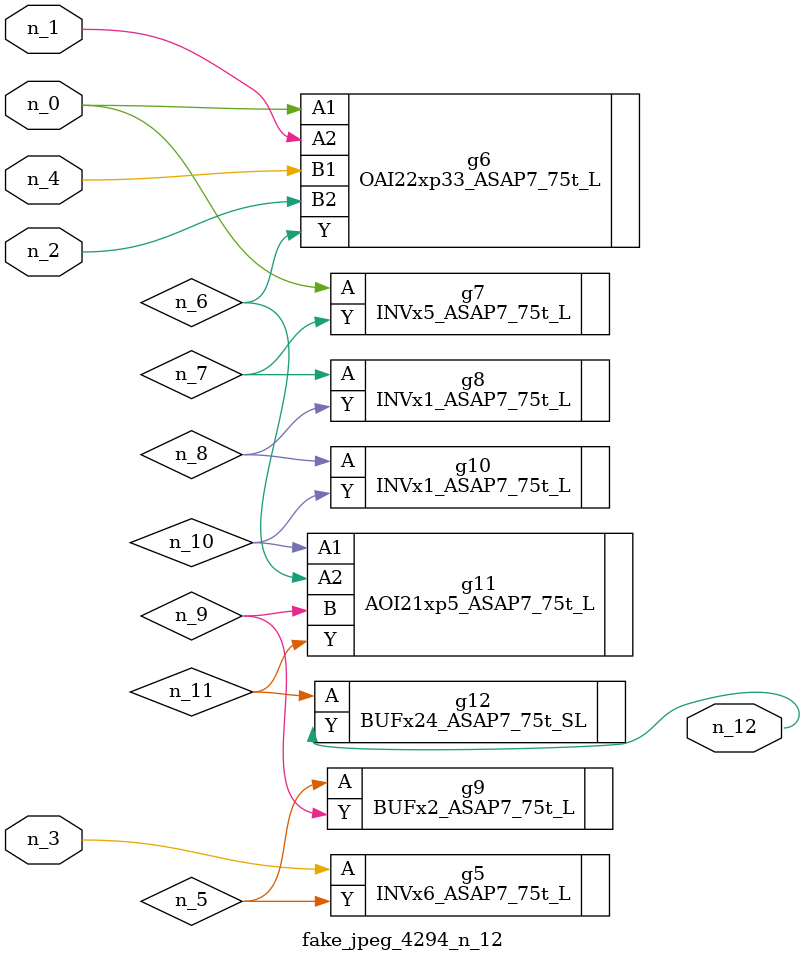
<source format=v>
module fake_jpeg_4294_n_12 (n_3, n_2, n_1, n_0, n_4, n_12);

input n_3;
input n_2;
input n_1;
input n_0;
input n_4;

output n_12;

wire n_11;
wire n_10;
wire n_8;
wire n_9;
wire n_6;
wire n_5;
wire n_7;

INVx6_ASAP7_75t_L g5 ( 
.A(n_3),
.Y(n_5)
);

OAI22xp33_ASAP7_75t_L g6 ( 
.A1(n_0),
.A2(n_1),
.B1(n_4),
.B2(n_2),
.Y(n_6)
);

INVx5_ASAP7_75t_L g7 ( 
.A(n_0),
.Y(n_7)
);

INVx1_ASAP7_75t_L g8 ( 
.A(n_7),
.Y(n_8)
);

INVx1_ASAP7_75t_L g10 ( 
.A(n_8),
.Y(n_10)
);

BUFx2_ASAP7_75t_L g9 ( 
.A(n_5),
.Y(n_9)
);

AOI21xp5_ASAP7_75t_L g11 ( 
.A1(n_10),
.A2(n_6),
.B(n_9),
.Y(n_11)
);

BUFx24_ASAP7_75t_SL g12 ( 
.A(n_11),
.Y(n_12)
);


endmodule
</source>
